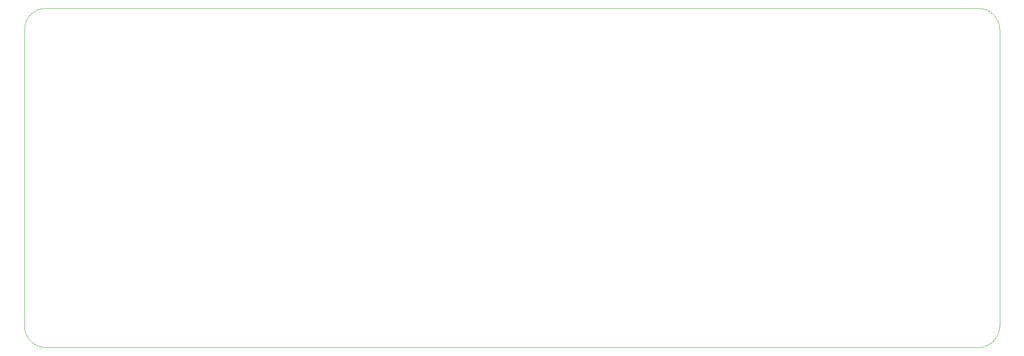
<source format=gbr>
%TF.GenerationSoftware,KiCad,Pcbnew,9.0.4*%
%TF.CreationDate,2025-09-26T22:16:16-05:00*%
%TF.ProjectId,loongcat40,6c6f6f6e-6763-4617-9434-302e6b696361,rev?*%
%TF.SameCoordinates,Original*%
%TF.FileFunction,Profile,NP*%
%FSLAX46Y46*%
G04 Gerber Fmt 4.6, Leading zero omitted, Abs format (unit mm)*
G04 Created by KiCad (PCBNEW 9.0.4) date 2025-09-26 22:16:16*
%MOMM*%
%LPD*%
G01*
G04 APERTURE LIST*
%TA.AperFunction,Profile*%
%ADD10C,0.050000*%
%TD*%
G04 APERTURE END LIST*
D10*
X28575000Y-33337500D02*
X28575000Y-100012500D01*
X242887500Y-28575000D02*
X33337500Y-28575000D01*
X247650000Y-100012500D02*
X247650000Y-33337500D01*
X33337500Y-104775000D02*
X242887500Y-104775000D01*
X242887500Y-28575000D02*
G75*
G02*
X247650000Y-33337500I0J-4762500D01*
G01*
X247650000Y-100012500D02*
G75*
G02*
X242887500Y-104775000I-4762500J0D01*
G01*
X33337500Y-104775000D02*
G75*
G02*
X28575000Y-100012500I0J4762500D01*
G01*
X28575000Y-33337500D02*
G75*
G02*
X33337500Y-28575000I4762500J0D01*
G01*
M02*

</source>
